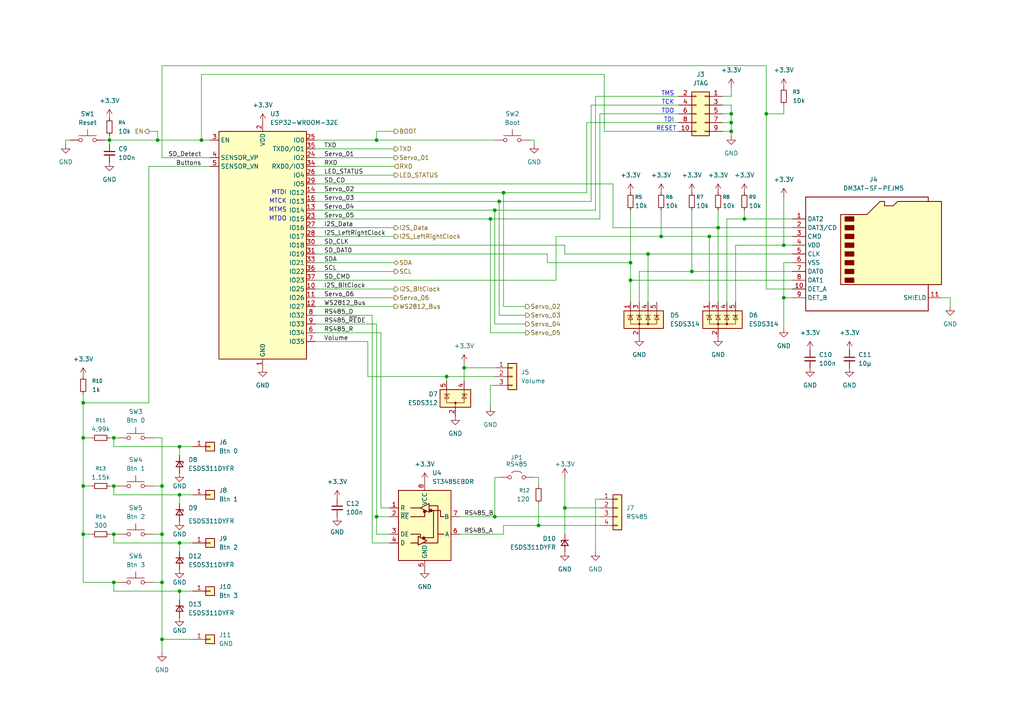
<source format=kicad_sch>
(kicad_sch (version 20250114) (generator "eeschema") (generator_version "9.0")
  (paper "A4")
  (lib_symbols
    (symbol "Connector:Micro_SD_Card_Det2"
      (property "Reference" "J" (at -16.51 17.78 0))
      (property "Value" "Micro_SD_Card_Det2" (at 16.51 17.78 0))
      (symbol "Micro_SD_Card_Det2_1_1"
        (pin bidirectional line (at -22.86 10.16 0) (length 3.81) (name "DAT2") (number "1"))
        (pin bidirectional line (at -22.86 7.62 0) (length 3.81) (name "DAT3/CD") (number "2"))
        (pin input line (at -22.86 5.08 0) (length 3.81) (name "CMD") (number "3"))
        (pin power_in line (at -22.86 2.54 0) (length 3.81) (name "VDD") (number "4"))
        (pin input line (at -22.86 0 0) (length 3.81) (name "CLK") (number "5"))
        (pin power_in line (at -22.86 -2.54 0) (length 3.81) (name "VSS") (number "6"))
        (pin bidirectional line (at -22.86 -5.08 0) (length 3.81) (name "DAT0") (number "7"))
        (pin bidirectional line (at -22.86 -7.62 0) (length 3.81) (name "DAT1") (number "8"))
        (pin passive line (at -22.86 -10.16 0) (length 3.81) (name "DET_A") (number "10"))
        (pin passive line (at -22.86 -12.7 0) (length 3.81) (name "DET_B") (number "9"))
        (pin passive line (at 20.32 -12.7 180) (length 3.81) (name "SHIELD") (number "11"))
      )
    )
    (symbol "Connector_Generic:Conn_01x01" (pin_names (offset 1.016) (hide yes))
      (property "Reference" "J" (at 0 2.54 0))
      (property "Value" "Conn_01x01" (at 0 -2.54 0))
      (symbol "Conn_01x01_1_1"
        (pin passive line (at -5.08 0 0) (length 3.81) (name "Pin_1") (number "1"))
      )
    )
    (symbol "Connector_Generic:Conn_01x03" (pin_names (offset 1.016) (hide yes))
      (property "Reference" "J" (at 0 5.08 0))
      (property "Value" "Conn_01x03" (at 0 -5.08 0))
      (symbol "Conn_01x03_1_1"
        (pin passive line (at -5.08 2.54 0) (length 3.81) (name "Pin_1") (number "1"))
        (pin passive line (at -5.08 0 0) (length 3.81) (name "Pin_2") (number "2"))
        (pin passive line (at -5.08 -2.54 0) (length 3.81) (name "Pin_3") (number "3"))
      )
    )
    (symbol "Connector_Generic:Conn_01x04" (pin_names (offset 1.016) (hide yes))
      (property "Reference" "J" (at 0 5.08 0))
      (property "Value" "Conn_01x04" (at 0 -7.62 0))
      (symbol "Conn_01x04_1_1"
        (pin passive line (at -5.08 2.54 0) (length 3.81) (name "Pin_1") (number "1"))
        (pin passive line (at -5.08 0 0) (length 3.81) (name "Pin_2") (number "2"))
        (pin passive line (at -5.08 -2.54 0) (length 3.81) (name "Pin_3") (number "3"))
        (pin passive line (at -5.08 -5.08 0) (length 3.81) (name "Pin_4") (number "4"))
      )
    )
    (symbol "Connector_Generic:Conn_02x05_Odd_Even" (pin_names (offset 1.016) (hide yes))
      (property "Reference" "J" (at 1.27 7.62 0))
      (property "Value" "Conn_02x05_Odd_Even" (at 1.27 -7.62 0))
      (symbol "Conn_02x05_Odd_Even_1_1"
        (pin passive line (at -5.08 5.08 0) (length 3.81) (name "Pin_1") (number "1"))
        (pin passive line (at -5.08 2.54 0) (length 3.81) (name "Pin_3") (number "3"))
        (pin passive line (at -5.08 0 0) (length 3.81) (name "Pin_5") (number "5"))
        (pin passive line (at -5.08 -2.54 0) (length 3.81) (name "Pin_7") (number "7"))
        (pin passive line (at -5.08 -5.08 0) (length 3.81) (name "Pin_9") (number "9"))
        (pin passive line (at 7.62 5.08 180) (length 3.81) (name "Pin_2") (number "2"))
        (pin passive line (at 7.62 2.54 180) (length 3.81) (name "Pin_4") (number "4"))
        (pin passive line (at 7.62 0 180) (length 3.81) (name "Pin_6") (number "6"))
        (pin passive line (at 7.62 -2.54 180) (length 3.81) (name "Pin_8") (number "8"))
        (pin passive line (at 7.62 -5.08 180) (length 3.81) (name "Pin_10") (number "10"))
      )
    )
    (symbol "Device:C_Small" (pin_numbers (hide yes)) (pin_names (offset 0.254) (hide yes))
      (property "Reference" "C" (at 0.254 1.778 0))
      (property "Value" "C_Small" (at 0.254 -2.032 0))
      (symbol "C_Small_1_1"
        (pin passive line (at 0 2.54 270) (length 2.032) (name "~") (number "1"))
        (pin passive line (at 0 -2.54 90) (length 2.032) (name "~") (number "2"))
      )
    )
    (symbol "Device:D_Zener_Small" (pin_numbers (hide yes)) (pin_names (offset 0.254) (hide yes))
      (property "Reference" "D" (at 0 2.286 0))
      (property "Value" "D_Zener_Small" (at 0 -2.286 0))
      (symbol "D_Zener_Small_1_1"
        (pin passive line (at -2.54 0 0) (length 1.778) (name "K") (number "1"))
        (pin passive line (at 2.54 0 180) (length 1.778) (name "A") (number "2"))
      )
    )
    (symbol "Device:R_Small" (pin_numbers (hide yes)) (pin_names (offset 0.254) (hide yes))
      (property "Reference" "R" (at 0 0 90))
      (property "Value" "R_Small" (at 1.778 0 90))
      (symbol "R_Small_1_1"
        (pin passive line (at 0 2.54 270) (length 0.762) (name "~") (number "1"))
        (pin passive line (at 0 -2.54 90) (length 0.762) (name "~") (number "2"))
      )
    )
    (symbol "Interface_UART:SN65HVD11HD"
      (property "Reference" "U" (at -7.62 12.7 0))
      (property "Value" "SN65HVD11HD" (at 2.54 12.7 0))
      (symbol "SN65HVD11HD_1_1"
        (pin output line (at -10.16 5.08 0) (length 2.54) (name "R") (number "1"))
        (pin input line (at -10.16 2.54 0) (length 2.54) (name "~{RE}") (number "2"))
        (pin input line (at -10.16 -2.54 0) (length 2.54) (name "DE") (number "3"))
        (pin input line (at -10.16 -5.08 0) (length 2.54) (name "D") (number "4"))
        (pin power_in line (at 0 12.7 270) (length 2.54) (name "VCC") (number "8"))
        (pin power_in line (at 0 -12.7 90) (length 2.54) (name "GND") (number "5"))
        (pin bidirectional line (at 10.16 2.54 180) (length 2.54) (name "B") (number "7"))
        (pin bidirectional line (at 10.16 -2.54 180) (length 2.54) (name "A") (number "6"))
      )
    )
    (symbol "Jumper:Jumper_2_Open" (pin_numbers (hide yes)) (pin_names (offset 0) (hide yes))
      (property "Reference" "JP" (at 0 2.794 0))
      (property "Value" "Jumper_2_Open" (at 0 -2.286 0))
      (symbol "Jumper_2_Open_1_1"
        (pin passive line (at -5.08 0 0) (length 2.54) (name "A") (number "1"))
        (pin passive line (at 5.08 0 180) (length 2.54) (name "B") (number "2"))
      )
    )
    (symbol "New_Library:ESDS312" (pin_names (hide yes))
      (property "Reference" "D" (at 4.826 1.27 0))
      (property "Value" "ESDS312" (at 4.826 -1.27 0))
      (symbol "ESDS312_0_0"
        (pin passive line (at 0 -5.08 90) (length 2.54) (name "A") (number "2"))
      )
      (symbol "ESDS312_1_1"
        (pin passive line (at -2.54 5.08 270) (length 2.54) (name "K") (number "4"))
        (pin passive line (at 2.54 5.08 270) (length 2.54) (name "K") (number "5"))
      )
    )
    (symbol "Power_Protection:ESDS304" (pin_names (hide yes))
      (property "Reference" "D" (at 7.62 2.54 0))
      (property "Value" "ESDS304" (at 7.62 0.635 0))
      (symbol "ESDS304_0_0"
        (pin passive line (at 0 -5.08 90) (length 2.54) (name "A") (number "2"))
      )
      (symbol "ESDS304_1_1"
        (pin passive line (at -2.54 5.08 270) (length 2.54) (name "K") (number "1"))
        (pin passive line (at 0 5.08 270) (length 2.54) (name "K") (number "3"))
        (pin passive line (at 2.54 5.08 270) (length 2.54) (name "K") (number "4"))
        (pin passive line (at 5.08 5.08 270) (length 2.54) (name "K") (number "5"))
      )
    )
    (symbol "RF_Module:ESP32-WROOM-32E"
      (property "Reference" "U" (at -12.7 34.29 0))
      (property "Value" "ESP32-WROOM-32E" (at 1.27 34.29 0))
      (symbol "ESP32-WROOM-32E_1_1"
        (pin input line (at -15.24 30.48 0) (length 2.54) (name "EN") (number "3"))
        (pin input line (at -15.24 25.4 0) (length 2.54) (name "SENSOR_VP") (number "4"))
        (pin input line (at -15.24 22.86 0) (length 2.54) (name "SENSOR_VN") (number "5"))
        (pin no_connect line (at -12.7 0 0) (length 2.54) (hide yes) (name "NC") (number "21"))
        (pin no_connect line (at -12.7 -2.54 0) (length 2.54) (hide yes) (name "NC") (number "22"))
        (pin no_connect line (at -12.7 -5.08 0) (length 2.54) (hide yes) (name "NC") (number "17"))
        (pin no_connect line (at -12.7 -7.62 0) (length 2.54) (hide yes) (name "NC") (number "18"))
        (pin no_connect line (at -12.7 -10.16 0) (length 2.54) (hide yes) (name "NC") (number "20"))
        (pin no_connect line (at -12.7 -12.7 0) (length 2.54) (hide yes) (name "NC") (number "19"))
        (pin no_connect line (at -12.7 -27.94 0) (length 2.54) (hide yes) (name "NC") (number "32"))
        (pin power_in line (at 0 35.56 270) (length 2.54) (name "VDD") (number "2"))
        (pin power_in line (at 0 -35.56 90) (length 2.54) (name "GND") (number "1"))
        (pin passive line (at 0 -35.56 90) (length 2.54) (hide yes) (name "GND") (number "15"))
        (pin passive line (at 0 -35.56 90) (length 2.54) (hide yes) (name "GND") (number "38"))
        (pin passive line (at 0 -35.56 90) (length 2.54) (hide yes) (name "GND") (number "39"))
        (pin bidirectional line (at 15.24 30.48 180) (length 2.54) (name "IO0") (number "25"))
        (pin bidirectional line (at 15.24 27.94 180) (length 2.54) (name "TXD0/IO1") (number "35"))
        (pin bidirectional line (at 15.24 25.4 180) (length 2.54) (name "IO2") (number "24"))
        (pin bidirectional line (at 15.24 22.86 180) (length 2.54) (name "RXD0/IO3") (number "34"))
        (pin bidirectional line (at 15.24 20.32 180) (length 2.54) (name "IO4") (number "26"))
        (pin bidirectional line (at 15.24 17.78 180) (length 2.54) (name "IO5") (number "29"))
        (pin bidirectional line (at 15.24 15.24 180) (length 2.54) (name "IO12") (number "14"))
        (pin bidirectional line (at 15.24 12.7 180) (length 2.54) (name "IO13") (number "16"))
        (pin bidirectional line (at 15.24 10.16 180) (length 2.54) (name "IO14") (number "13"))
        (pin bidirectional line (at 15.24 7.62 180) (length 2.54) (name "IO15") (number "23"))
        (pin bidirectional line (at 15.24 5.08 180) (length 2.54) (name "IO16") (number "27"))
        (pin bidirectional line (at 15.24 2.54 180) (length 2.54) (name "IO17") (number "28"))
        (pin bidirectional line (at 15.24 0 180) (length 2.54) (name "IO18") (number "30"))
        (pin bidirectional line (at 15.24 -2.54 180) (length 2.54) (name "IO19") (number "31"))
        (pin bidirectional line (at 15.24 -5.08 180) (length 2.54) (name "IO21") (number "33"))
        (pin bidirectional line (at 15.24 -7.62 180) (length 2.54) (name "IO22") (number "36"))
        (pin bidirectional line (at 15.24 -10.16 180) (length 2.54) (name "IO23") (number "37"))
        (pin bidirectional line (at 15.24 -12.7 180) (length 2.54) (name "IO25") (number "10"))
        (pin bidirectional line (at 15.24 -15.24 180) (length 2.54) (name "IO26") (number "11"))
        (pin bidirectional line (at 15.24 -17.78 180) (length 2.54) (name "IO27") (number "12"))
        (pin bidirectional line (at 15.24 -20.32 180) (length 2.54) (name "IO32") (number "8"))
        (pin bidirectional line (at 15.24 -22.86 180) (length 2.54) (name "IO33") (number "9"))
        (pin input line (at 15.24 -25.4 180) (length 2.54) (name "IO34") (number "6"))
        (pin input line (at 15.24 -27.94 180) (length 2.54) (name "IO35") (number "7"))
      )
    )
    (symbol "Switch:SW_Omron_B3FS" (pin_numbers (hide yes)) (pin_names (offset 1.016) (hide yes))
      (property "Reference" "SW" (at 1.27 2.54 0))
      (property "Value" "SW_Omron_B3FS" (at 0 -1.524 0))
      (symbol "SW_Omron_B3FS_0_1"
        (pin passive line (at -5.08 0 0) (length 2.54) (name "1") (number "1"))
        (pin passive line (at 5.08 0 180) (length 2.54) (name "2") (number "2"))
      )
    )
    (symbol "power:+3.3V" (power) (pin_numbers (hide yes)) (pin_names (offset 0) (hide yes))
      (property "Value" "+3.3V" (at 0 3.556 0))
      (symbol "+3.3V_1_1"
        (pin power_in line (at 0 0 90) (length 0) (name "~") (number "1"))
      )
    )
    (symbol "power:GND" (power) (pin_numbers (hide yes)) (pin_names (offset 0) (hide yes))
      (property "Value" "GND" (at 0 -3.81 0))
      (symbol "GND_1_1"
        (pin power_in line (at 0 0 270) (length 0) (name "~") (number "1"))
      )
    )
  )
  (text "MTDO" (at 83.185 63.5 0) (effects (font (size 1.27 1.27)) (justify right)))
  (text "MTCK" (at 83.185 58.42 0) (effects (font (size 1.27 1.27)) (justify right)))
  (text "RESET" (at 196.215 38.1 0) (effects (font (size 1.27 1.27)) (justify right bottom)))
  (text "TMS" (at 195.58 27.94 0) (effects (font (size 1.27 1.27)) (justify right bottom)))
  (text "MTDI" (at 83.185 55.88 0) (effects (font (size 1.27 1.27)) (justify right)))
  (text "MTMS" (at 83.185 60.96 0) (effects (font (size 1.27 1.27)) (justify right)))
  (text "TCK" (at 195.58 30.48 0) (effects (font (size 1.27 1.27)) (justify right bottom)))
  (text "TDO" (at 195.58 33.02 0) (effects (font (size 1.27 1.27)) (justify right bottom)))
  (text "TDI" (at 195.58 35.56 0) (effects (font (size 1.27 1.27)) (justify right bottom)))
  (junction (at 205.74 68.58))
  (junction (at 33.02 140.97))
  (junction (at 187.96 73.66))
  (junction (at 52.07 157.48))
  (junction (at 191.77 68.58))
  (junction (at 208.28 66.04))
  (junction (at 46.99 154.94))
  (junction (at 143.51 60.96))
  (junction (at 52.07 129.54))
  (junction (at 46.99 185.42))
  (junction (at 45.72 40.64))
  (junction (at 212.09 33.02))
  (junction (at 52.07 143.51))
  (junction (at 134.62 106.68))
  (junction (at 31.75 40.64))
  (junction (at 182.88 81.28))
  (junction (at 24.13 127))
  (junction (at 227.33 71.12))
  (junction (at 227.33 86.36))
  (junction (at 222.25 33.02))
  (junction (at 163.83 147.32))
  (junction (at 33.02 168.91))
  (junction (at 24.13 140.97))
  (junction (at 144.78 58.42))
  (junction (at 46.99 140.97))
  (junction (at 24.13 116.84))
  (junction (at 52.07 171.45))
  (junction (at 182.88 76.2))
  (junction (at 215.9 63.5))
  (junction (at 200.66 78.74))
  (junction (at 212.09 38.1))
  (junction (at 58.42 40.64))
  (junction (at 33.02 127))
  (junction (at 146.05 55.88))
  (junction (at 24.13 154.94))
  (junction (at 143.51 149.86))
  (junction (at 129.54 109.22))
  (junction (at 212.09 35.56))
  (junction (at 33.02 154.94))
  (junction (at 109.22 149.86))
  (junction (at 46.99 168.91))
  (junction (at 109.22 40.64))
  (junction (at 156.21 152.4))
  (junction (at 142.24 63.5))
  (wire (pts (xy 215.9 63.5) (xy 229.87 63.5)))
  (wire (pts (xy 114.3 48.26) (xy 91.44 48.26)))
  (wire (pts (xy 45.72 38.1) (xy 45.72 40.64)))
  (wire (pts (xy 208.28 60.96) (xy 208.28 66.04)))
  (wire (pts (xy 52.07 143.51) (xy 33.02 143.51)))
  (wire (pts (xy 210.82 87.63) (xy 210.82 63.5)))
  (wire (pts (xy 134.62 106.68) (xy 134.62 110.49)))
  (wire (pts (xy 142.24 63.5) (xy 173.99 63.5)))
  (wire (pts (xy 114.3 45.72) (xy 91.44 45.72)))
  (wire (pts (xy 154.94 40.64) (xy 154.94 41.91)))
  (wire (pts (xy 31.75 154.94) (xy 33.02 154.94)))
  (wire (pts (xy 185.42 87.63) (xy 185.42 78.74)))
  (wire (pts (xy 163.83 71.12) (xy 163.83 73.66)))
  (wire (pts (xy 173.99 63.5) (xy 173.99 33.02)))
  (wire (pts (xy 177.8 66.04) (xy 208.28 66.04)))
  (wire (pts (xy 205.74 68.58) (xy 229.87 68.58)))
  (wire (pts (xy 205.74 68.58) (xy 205.74 87.63)))
  (wire (pts (xy 163.83 154.94) (xy 163.83 147.32)))
  (wire (pts (xy 91.44 96.52) (xy 110.49 96.52)))
  (wire (pts (xy 177.8 66.04) (xy 177.8 53.34)))
  (wire (pts (xy 110.49 96.52) (xy 110.49 147.32)))
  (wire (pts (xy 158.75 76.2) (xy 182.88 76.2)))
  (wire (pts (xy 33.02 157.48) (xy 33.02 154.94)))
  (wire (pts (xy 152.4 88.9) (xy 146.05 88.9)))
  (wire (pts (xy 213.36 71.12) (xy 227.33 71.12)))
  (wire (pts (xy 33.02 143.51) (xy 33.02 140.97)))
  (wire (pts (xy 182.88 60.96) (xy 182.88 76.2)))
  (wire (pts (xy 212.09 33.02) (xy 212.09 35.56)))
  (wire (pts (xy 191.77 60.96) (xy 191.77 68.58)))
  (wire (pts (xy 33.02 171.45) (xy 33.02 168.91)))
  (wire (pts (xy 173.99 33.02) (xy 196.85 33.02)))
  (wire (pts (xy 142.24 111.76) (xy 143.51 111.76)))
  (wire (pts (xy 215.9 60.96) (xy 215.9 63.5)))
  (wire (pts (xy 91.44 55.88) (xy 146.05 55.88)))
  (wire (pts (xy 24.13 127) (xy 24.13 140.97)))
  (wire (pts (xy 143.51 149.86) (xy 173.99 149.86)))
  (wire (pts (xy 109.22 38.1) (xy 114.3 38.1)))
  (wire (pts (xy 52.07 171.45) (xy 33.02 171.45)))
  (wire (pts (xy 52.07 146.05) (xy 52.07 143.51)))
  (wire (pts (xy 133.35 149.86) (xy 143.51 149.86)))
  (wire (pts (xy 109.22 40.64) (xy 143.51 40.64)))
  (wire (pts (xy 19.05 40.64) (xy 20.32 40.64)))
  (wire (pts (xy 134.62 106.68) (xy 134.62 105.41)))
  (wire (pts (xy 146.05 152.4) (xy 156.21 152.4)))
  (wire (pts (xy 30.48 40.64) (xy 31.75 40.64)))
  (wire (pts (xy 91.44 58.42) (xy 144.78 58.42)))
  (wire (pts (xy 43.18 116.84) (xy 24.13 116.84)))
  (wire (pts (xy 91.44 76.2) (xy 114.3 76.2)))
  (wire (pts (xy 46.99 154.94) (xy 46.99 168.91)))
  (wire (pts (xy 33.02 168.91) (xy 34.29 168.91)))
  (wire (pts (xy 113.03 154.94) (xy 109.22 154.94)))
  (wire (pts (xy 55.88 129.54) (xy 52.07 129.54)))
  (wire (pts (xy 182.88 76.2) (xy 182.88 81.28)))
  (wire (pts (xy 91.44 60.96) (xy 143.51 60.96)))
  (wire (pts (xy 172.72 27.94) (xy 196.85 27.94)))
  (wire (pts (xy 212.09 38.1) (xy 212.09 39.37)))
  (wire (pts (xy 46.99 19.05) (xy 46.99 45.72)))
  (wire (pts (xy 91.44 81.28) (xy 161.29 81.28)))
  (wire (pts (xy 110.49 147.32) (xy 113.03 147.32)))
  (wire (pts (xy 31.75 127) (xy 33.02 127)))
  (wire (pts (xy 91.44 66.04) (xy 114.3 66.04)))
  (wire (pts (xy 222.25 33.02) (xy 222.25 19.05)))
  (wire (pts (xy 170.18 55.88) (xy 170.18 35.56)))
  (wire (pts (xy 44.45 168.91) (xy 46.99 168.91)))
  (wire (pts (xy 144.78 91.44) (xy 144.78 58.42)))
  (wire (pts (xy 91.44 43.18) (xy 114.3 43.18)))
  (wire (pts (xy 144.78 58.42) (xy 171.45 58.42)))
  (wire (pts (xy 91.44 86.36) (xy 114.3 86.36)))
  (wire (pts (xy 212.09 30.48) (xy 212.09 33.02)))
  (wire (pts (xy 173.99 144.78) (xy 172.72 144.78)))
  (wire (pts (xy 142.24 111.76) (xy 142.24 118.11)))
  (wire (pts (xy 55.88 171.45) (xy 52.07 171.45)))
  (wire (pts (xy 133.35 154.94) (xy 146.05 154.94)))
  (wire (pts (xy 142.24 96.52) (xy 142.24 63.5)))
  (wire (pts (xy 143.51 106.68) (xy 134.62 106.68)))
  (wire (pts (xy 24.13 140.97) (xy 26.67 140.97)))
  (wire (pts (xy 91.44 91.44) (xy 107.95 91.44)))
  (wire (pts (xy 91.44 93.98) (xy 109.22 93.98)))
  (wire (pts (xy 91.44 83.82) (xy 114.3 83.82)))
  (wire (pts (xy 46.99 45.72) (xy 60.96 45.72)))
  (wire (pts (xy 33.02 154.94) (xy 34.29 154.94)))
  (wire (pts (xy 273.05 86.36) (xy 275.59 86.36)))
  (wire (pts (xy 209.55 30.48) (xy 212.09 30.48)))
  (wire (pts (xy 182.88 87.63) (xy 182.88 81.28)))
  (wire (pts (xy 227.33 71.12) (xy 229.87 71.12)))
  (wire (pts (xy 19.05 40.64) (xy 19.05 41.91)))
  (wire (pts (xy 109.22 38.1) (xy 109.22 40.64)))
  (wire (pts (xy 275.59 86.36) (xy 275.59 88.9)))
  (wire (pts (xy 91.44 71.12) (xy 163.83 71.12)))
  (wire (pts (xy 44.45 127) (xy 46.99 127)))
  (wire (pts (xy 191.77 68.58) (xy 205.74 68.58)))
  (wire (pts (xy 91.44 99.06) (xy 106.68 99.06)))
  (wire (pts (xy 106.68 109.22) (xy 129.54 109.22)))
  (wire (pts (xy 212.09 27.94) (xy 212.09 25.4)))
  (wire (pts (xy 107.95 91.44) (xy 107.95 157.48)))
  (wire (pts (xy 107.95 157.48) (xy 113.03 157.48)))
  (wire (pts (xy 24.13 154.94) (xy 24.13 168.91)))
  (wire (pts (xy 163.83 147.32) (xy 173.99 147.32)))
  (wire (pts (xy 156.21 146.05) (xy 156.21 152.4)))
  (wire (pts (xy 146.05 88.9) (xy 146.05 55.88)))
  (wire (pts (xy 156.21 140.97) (xy 156.21 138.43)))
  (wire (pts (xy 152.4 93.98) (xy 143.51 93.98)))
  (wire (pts (xy 161.29 68.58) (xy 191.77 68.58)))
  (wire (pts (xy 212.09 35.56) (xy 212.09 38.1)))
  (wire (pts (xy 24.13 154.94) (xy 26.67 154.94)))
  (wire (pts (xy 200.66 78.74) (xy 229.87 78.74)))
  (wire (pts (xy 154.94 138.43) (xy 156.21 138.43)))
  (wire (pts (xy 60.96 48.26) (xy 43.18 48.26)))
  (wire (pts (xy 58.42 40.64) (xy 60.96 40.64)))
  (wire (pts (xy 185.42 78.74) (xy 200.66 78.74)))
  (wire (pts (xy 208.28 66.04) (xy 208.28 87.63)))
  (wire (pts (xy 58.42 21.59) (xy 58.42 40.64)))
  (wire (pts (xy 175.26 38.1) (xy 175.26 21.59)))
  (wire (pts (xy 187.96 73.66) (xy 187.96 87.63)))
  (wire (pts (xy 31.75 41.91) (xy 31.75 40.64)))
  (wire (pts (xy 44.45 140.97) (xy 46.99 140.97)))
  (wire (pts (xy 171.45 58.42) (xy 171.45 30.48)))
  (wire (pts (xy 52.07 160.02) (xy 52.07 157.48)))
  (wire (pts (xy 227.33 30.48) (xy 227.33 33.02)))
  (wire (pts (xy 129.54 109.22) (xy 143.51 109.22)))
  (wire (pts (xy 209.55 35.56) (xy 212.09 35.56)))
  (wire (pts (xy 109.22 93.98) (xy 109.22 149.86)))
  (wire (pts (xy 161.29 68.58) (xy 161.29 81.28)))
  (wire (pts (xy 52.07 157.48) (xy 33.02 157.48)))
  (wire (pts (xy 222.25 33.02) (xy 227.33 33.02)))
  (wire (pts (xy 55.88 143.51) (xy 52.07 143.51)))
  (wire (pts (xy 24.13 114.3) (xy 24.13 116.84)))
  (wire (pts (xy 182.88 81.28) (xy 229.87 81.28)))
  (wire (pts (xy 172.72 60.96) (xy 172.72 27.94)))
  (wire (pts (xy 24.13 127) (xy 26.67 127)))
  (wire (pts (xy 163.83 73.66) (xy 187.96 73.66)))
  (wire (pts (xy 222.25 83.82) (xy 222.25 33.02)))
  (wire (pts (xy 170.18 35.56) (xy 196.85 35.56)))
  (wire (pts (xy 187.96 73.66) (xy 229.87 73.66)))
  (wire (pts (xy 222.25 19.05) (xy 46.99 19.05)))
  (wire (pts (xy 153.67 40.64) (xy 154.94 40.64)))
  (wire (pts (xy 208.28 66.04) (xy 229.87 66.04)))
  (wire (pts (xy 24.13 140.97) (xy 24.13 154.94)))
  (wire (pts (xy 146.05 154.94) (xy 146.05 152.4)))
  (wire (pts (xy 196.85 38.1) (xy 175.26 38.1)))
  (wire (pts (xy 33.02 127) (xy 34.29 127)))
  (wire (pts (xy 52.07 173.99) (xy 52.07 171.45)))
  (wire (pts (xy 152.4 96.52) (xy 142.24 96.52)))
  (wire (pts (xy 227.33 57.15) (xy 227.33 71.12)))
  (wire (pts (xy 209.55 33.02) (xy 212.09 33.02)))
  (wire (pts (xy 58.42 40.64) (xy 45.72 40.64)))
  (wire (pts (xy 45.72 40.64) (xy 31.75 40.64)))
  (wire (pts (xy 129.54 109.22) (xy 129.54 110.49)))
  (wire (pts (xy 55.88 157.48) (xy 52.07 157.48)))
  (wire (pts (xy 44.45 154.94) (xy 46.99 154.94)))
  (wire (pts (xy 227.33 76.2) (xy 227.33 86.36)))
  (wire (pts (xy 33.02 129.54) (xy 33.02 127)))
  (wire (pts (xy 209.55 27.94) (xy 212.09 27.94)))
  (wire (pts (xy 152.4 91.44) (xy 144.78 91.44)))
  (wire (pts (xy 52.07 129.54) (xy 33.02 129.54)))
  (wire (pts (xy 109.22 149.86) (xy 113.03 149.86)))
  (wire (pts (xy 143.51 93.98) (xy 143.51 60.96)))
  (wire (pts (xy 209.55 38.1) (xy 212.09 38.1)))
  (wire (pts (xy 227.33 86.36) (xy 229.87 86.36)))
  (wire (pts (xy 24.13 168.91) (xy 33.02 168.91)))
  (wire (pts (xy 163.83 147.32) (xy 163.83 138.43)))
  (wire (pts (xy 158.75 73.66) (xy 158.75 76.2)))
  (wire (pts (xy 91.44 50.8) (xy 114.3 50.8)))
  (wire (pts (xy 46.99 140.97) (xy 46.99 154.94)))
  (wire (pts (xy 91.44 88.9) (xy 114.3 88.9)))
  (wire (pts (xy 156.21 152.4) (xy 173.99 152.4)))
  (wire (pts (xy 146.05 55.88) (xy 170.18 55.88)))
  (wire (pts (xy 46.99 168.91) (xy 46.99 185.42)))
  (wire (pts (xy 46.99 185.42) (xy 46.99 189.23)))
  (wire (pts (xy 175.26 21.59) (xy 58.42 21.59)))
  (wire (pts (xy 31.75 140.97) (xy 33.02 140.97)))
  (wire (pts (xy 172.72 160.02) (xy 172.72 144.78)))
  (wire (pts (xy 171.45 30.48) (xy 196.85 30.48)))
  (wire (pts (xy 43.18 48.26) (xy 43.18 116.84)))
  (wire (pts (xy 210.82 63.5) (xy 215.9 63.5)))
  (wire (pts (xy 200.66 60.96) (xy 200.66 78.74)))
  (wire (pts (xy 227.33 76.2) (xy 229.87 76.2)))
  (wire (pts (xy 143.51 60.96) (xy 172.72 60.96)))
  (wire (pts (xy 55.88 185.42) (xy 46.99 185.42)))
  (wire (pts (xy 24.13 116.84) (xy 24.13 127)))
  (wire (pts (xy 177.8 53.34) (xy 91.44 53.34)))
  (wire (pts (xy 52.07 132.08) (xy 52.07 129.54)))
  (wire (pts (xy 106.68 99.06) (xy 106.68 109.22)))
  (wire (pts (xy 213.36 71.12) (xy 213.36 87.63)))
  (wire (pts (xy 143.51 138.43) (xy 144.78 138.43)))
  (wire (pts (xy 143.51 138.43) (xy 143.51 149.86)))
  (wire (pts (xy 46.99 127) (xy 46.99 140.97)))
  (wire (pts (xy 91.44 78.74) (xy 114.3 78.74)))
  (wire (pts (xy 227.33 86.36) (xy 227.33 95.25)))
  (wire (pts (xy 91.44 63.5) (xy 142.24 63.5)))
  (wire (pts (xy 33.02 140.97) (xy 34.29 140.97)))
  (wire (pts (xy 91.44 73.66) (xy 158.75 73.66)))
  (wire (pts (xy 91.44 68.58) (xy 114.3 68.58)))
  (wire (pts (xy 109.22 40.64) (xy 91.44 40.64)))
  (wire (pts (xy 31.75 40.64) (xy 31.75 39.37)))
  (wire (pts (xy 229.87 83.82) (xy 222.25 83.82)))
  (wire (pts (xy 43.18 38.1) (xy 45.72 38.1)))
  (wire (pts (xy 109.22 154.94) (xy 109.22 149.86)))
  (label "Servo_05" (at 93.98 63.5 0))
  (label "RXD" (at 93.98 48.26 0))
  (label "SD_CD" (at 93.98 53.34 0))
  (label "LED_STATUS" (at 93.98 50.8 0))
  (label "Servo_06" (at 93.98 86.36 0))
  (label "Volume" (at 93.98 99.06 0))
  (label "SCL" (at 93.98 78.74 0))
  (label "SD_Detect" (at 58.42 45.72 180))
  (label "SDA" (at 93.98 76.2 0))
  (label "SD_CMD" (at 93.98 81.28 0))
  (label "RS485_B" (at 134.62 149.86 0))
  (label "WS2812_Bus" (at 93.98 88.9 0))
  (label "Servo_03" (at 93.98 58.42 0))
  (label "RS485_~{RE}DE" (at 93.98 93.98 0))
  (label "SD_DAT0" (at 93.98 73.66 0))
  (label "TXD" (at 93.98 43.18 0))
  (label "SD_CLK" (at 93.98 71.12 0))
  (label "I2S_Data" (at 93.98 66.04 0))
  (label "Servo_02" (at 93.98 55.88 0))
  (label "Servo_04" (at 93.98 60.96 0))
  (label "I2S_BitClock" (at 93.98 83.82 0))
  (label "Buttons" (at 58.42 48.26 180))
  (label "Servo_01" (at 93.98 45.72 0))
  (label "RS485_D" (at 93.98 91.44 0))
  (label "RS485_A" (at 134.62 154.94 0))
  (label "I2S_LeftRightClock" (at 93.98 68.58 0))
  (label "RS485_R" (at 93.98 96.52 0))
  (hierarchical_label "Servo_06" (shape output) (at 114.3 86.36 0))
  (hierarchical_label "Servo_03" (shape output) (at 152.4 91.44 0))
  (hierarchical_label "Servo_02" (shape output) (at 152.4 88.9 0))
  (hierarchical_label "Servo_04" (shape output) (at 152.4 93.98 0))
  (hierarchical_label "TXD" (shape output) (at 114.3 43.18 0))
  (hierarchical_label "SDA" (shape bidirectional) (at 114.3 76.2 0))
  (hierarchical_label "I2S_LeftRightClock" (shape output) (at 114.3 68.58 0))
  (hierarchical_label "RXD" (shape input) (at 114.3 48.26 0))
  (hierarchical_label "WS2812_Bus" (shape output) (at 114.3 88.9 0))
  (hierarchical_label "EN" (shape output) (at 43.18 38.1 180))
  (hierarchical_label "SCL" (shape output) (at 114.3 78.74 0))
  (hierarchical_label "I2S_Data" (shape output) (at 114.3 66.04 0))
  (hierarchical_label "I2S_BitClock" (shape output) (at 114.3 83.82 0))
  (hierarchical_label "Servo_01" (shape output) (at 114.3 45.72 0))
  (hierarchical_label "BOOT" (shape output) (at 114.3 38.1 0))
  (hierarchical_label "Servo_05" (shape output) (at 152.4 96.52 0))
  (hierarchical_label "LED_STATUS" (shape output) (at 114.3 50.8 0))
  (symbol (lib_id "RF_Module:ESP32-WROOM-32E") (at 76.2 71.12 0) (unit 1)
    (property "Reference" "U3" (at 78.3433 33.02 0) (effects (justify left)))
    (property "Value" "ESP32-WROOM-32E" (at 78.3433 35.56 0) (effects (justify left)))
    (property "Footprint" "RF_Module:ESP32-WROOM-32E" (effects (hide yes)))
    (property "Datasheet" "https://www.espressif.com/sites/default/files/documentation/esp32-wroom-32e_esp32-wroom-32ue_datasheet_en.pdf" (effects (hide yes)))
    (property "Description" "RF Module, ESP32-D0WD-V3 SoC, without PSRAM, Wi-Fi 802.11b/g/n, Bluetooth, BLE, 32-bit, 2.7-3.6V, onboard antenna, SMD" (effects (hide yes)))
  )
  (symbol (lib_id "power:GND") (at 52.07 179.07 0) (unit 1)
    (property "Reference" "#PWR061" (effects (hide yes)))
    (property "Value" "GND" (at 52.07 182.88 0))
    (property "Description" "Power symbol creates a global label with name \"GND\" , ground" (effects (hide yes)))
  )
  (symbol (lib_id "Jumper:Jumper_2_Open") (at 149.86 138.43 0) (unit 1)
    (property "Reference" "JP1" (at 149.86 132.715 0))
    (property "Value" "RS485" (at 149.86 134.62 0))
    (property "Footprint" "Connector_PinHeader_2.54mm:PinHeader_1x02_P2.54mm_Vertical" (effects (hide yes)))
    (property "Description" "Jumper, 2-pole, open" (effects (hide yes)))
  )
  (symbol (lib_id "power:+3.3V") (at 191.77 55.88 0) (unit 1)
    (property "Reference" "#PWR032" (effects (hide yes)))
    (property "Value" "+3.3V" (at 191.77 50.8 0))
    (property "Description" "Power symbol creates a global label with name \"+3.3V\"" (effects (hide yes)))
  )
  (symbol (lib_id "Device:R_Small") (at 156.21 143.51 0) (mirror y) (unit 1)
    (property "Reference" "R12" (at 153.67 142.2399 0) (effects (font (size 1.016 1.016)) (justify left)))
    (property "Value" "120" (at 153.67 144.7799 0) (effects (justify left)))
    (property "Footprint" "Resistor_SMD:R_0603_1608Metric" (effects (hide yes)))
    (property "Description" "Resistor, small symbol" (effects (hide yes)))
  )
  (symbol (lib_id "Connector_Generic:Conn_01x03") (at 148.59 109.22 0) (unit 1)
    (property "Reference" "J5" (at 151.13 107.9499 0) (effects (justify left)))
    (property "Value" "Volume" (at 151.13 110.4899 0) (effects (justify left)))
    (property "Footprint" "Connector_PinHeader_2.54mm:PinHeader_1x03_P2.54mm_Vertical" (effects (hide yes)))
    (property "Description" "Generic connector, single row, 01x03, script generated (kicad-library-utils/schlib/autogen/connector/)" (effects (hide yes)))
  )
  (symbol (lib_id "Switch:SW_Omron_B3FS") (at 148.59 40.64 0) (unit 1)
    (property "Reference" "SW2" (at 148.59 33.02 0))
    (property "Value" "Boot" (at 148.59 35.56 0))
    (property "Footprint" "Button_Switch_SMD:SW_Push_1P1T_NO_CK_KSC7xxJ" (effects (hide yes)))
    (property "Datasheet" "https://omronfs.omron.com/en_US/ecb/products/pdf/en-b3fs.pdf" (effects (hide yes)))
    (property "Description" "Omron B3FS 6x6mm single pole normally-open tactile switch" (effects (hide yes)))
  )
  (symbol (lib_id "power:GND") (at 132.08 120.65 0) (unit 1)
    (property "Reference" "#PWR049" (effects (hide yes)))
    (property "Value" "GND" (at 132.08 125.73 0))
    (property "Description" "Power symbol creates a global label with name \"GND\" , ground" (effects (hide yes)))
  )
  (symbol (lib_id "Device:D_Zener_Small") (at 52.07 176.53 270) (unit 1)
    (property "Reference" "D13" (at 54.61 175.2599 90) (effects (justify left)))
    (property "Value" "ESDS311DYFR" (at 54.61 177.7999 90) (effects (justify left)))
    (property "Footprint" "Diode_SMD:D_SOD-323_HandSoldering" (effects (hide yes)))
    (property "Description" "Zener diode, small symbol" (effects (hide yes)))
  )
  (symbol (lib_id "Connector_Generic:Conn_01x01") (at 60.96 143.51 0) (unit 1)
    (property "Reference" "J8" (at 63.5 142.2399 0) (effects (justify left)))
    (property "Value" "Btn 1" (at 63.5 144.7799 0) (effects (justify left)))
    (property "Footprint" "TestPoint:TestPoint_Pad_D1.5mm" (effects (hide yes)))
    (property "Description" "Generic connector, single row, 01x01, script generated (kicad-library-utils/schlib/autogen/connector/)" (effects (hide yes)))
  )
  (symbol (lib_id "power:GND") (at 123.19 165.1 0) (unit 1)
    (property "Reference" "#PWR059" (effects (hide yes)))
    (property "Value" "GND" (at 123.19 170.18 0))
    (property "Description" "Power symbol creates a global label with name \"GND\" , ground" (effects (hide yes)))
  )
  (symbol (lib_id "power:GND") (at 163.83 160.02 0) (unit 1)
    (property "Reference" "#PWR056" (effects (hide yes)))
    (property "Value" "GND" (at 163.83 165.1 0))
    (property "Description" "Power symbol creates a global label with name \"GND\" , ground" (effects (hide yes)))
  )
  (symbol (lib_id "power:+3.3V") (at 212.09 25.4 0) (unit 1)
    (property "Reference" "#PWR023" (effects (hide yes)))
    (property "Value" "+3.3V" (at 212.09 20.32 0))
    (property "Description" "Power symbol creates a global label with name \"+3.3V\"" (effects (hide yes)))
  )
  (symbol (lib_id "power:GND") (at 46.99 189.23 0) (unit 1)
    (property "Reference" "#PWR062" (effects (hide yes)))
    (property "Value" "GND" (at 46.99 194.31 0))
    (property "Description" "Power symbol creates a global label with name \"GND\" , ground" (effects (hide yes)))
  )
  (symbol (lib_id "power:+3.3V") (at 97.79 144.78 0) (unit 1)
    (property "Reference" "#PWR053" (effects (hide yes)))
    (property "Value" "+3.3V" (at 97.79 139.7 0))
    (property "Description" "Power symbol creates a global label with name \"+3.3V\"" (effects (hide yes)))
  )
  (symbol (lib_id "Device:R_Small") (at 31.75 36.83 0) (unit 1)
    (property "Reference" "R4" (at 34.29 35.5599 0) (effects (font (size 1.016 1.016)) (justify left)))
    (property "Value" "10k" (at 34.29 38.0999 0) (effects (justify left)))
    (property "Footprint" "Resistor_SMD:R_0603_1608Metric" (effects (hide yes)))
    (property "Description" "Resistor, small symbol" (effects (hide yes)))
  )
  (symbol (lib_id "New_Library:ESDS312") (at 132.08 115.57 0) (mirror y) (unit 1)
    (property "Reference" "D7" (at 127 114.2999 0) (effects (justify left)))
    (property "Value" "ESDS312" (at 127 116.8399 0) (effects (justify left)))
    (property "Footprint" "Package_TO_SOT_SMD:SOT-23-5" (effects (hide yes)))
    (property "Datasheet" "https://www.ti.com/lit/ds/symlink/esds311.pdf?ts=1709153020911&ref_url=https%253A%252F%252Fwww.ti.com%252Fsitesearch%252Fen-us%252Fdocs%252Funiversalsearch.tsp%253FlangPref%253Den-US%2526searchTerm%253DESDS311DYFR%2526nr%253D0" (effects (hide yes)))
    (property "Description" "2-channel 1Gbps TVS Diode Array, 4.5pF, 3.6V breakdown, 30kV contact & air gap, SOT-23-5" (effects (hide yes)))
  )
  (symbol (lib_id "Connector_Generic:Conn_01x04") (at 179.07 147.32 0) (unit 1)
    (property "Reference" "J7" (at 181.61 147.3199 0) (effects (justify left)))
    (property "Value" "RS485" (at 181.61 149.8599 0) (effects (justify left)))
    (property "Footprint" "Connector_JST:JST_SH_SM04B-SRSS-TB_1x04-1MP_P1.00mm_Horizontal" (effects (hide yes)))
    (property "Description" "Generic connector, single row, 01x04, script generated (kicad-library-utils/schlib/autogen/connector/)" (effects (hide yes)))
  )
  (symbol (lib_id "power:+3.3V") (at 31.75 34.29 0) (unit 1)
    (property "Reference" "#PWR025" (effects (hide yes)))
    (property "Value" "+3.3V" (at 31.75 29.21 0))
    (property "Description" "Power symbol creates a global label with name \"+3.3V\"" (effects (hide yes)))
  )
  (symbol (lib_id "Interface_UART:SN65HVD11HD") (at 123.19 152.4 0) (unit 1)
    (property "Reference" "U4" (at 125.3333 137.16 0) (effects (justify left)))
    (property "Value" "ST3485EBDR" (at 125.3333 139.7 0) (effects (justify left)))
    (property "Footprint" "Package_SO:SOIC-8_3.9x4.9mm_P1.27mm" (effects (hide yes)))
    (property "Datasheet" "http://www.ti.com/lit/ds/symlink/sn65hvd11-ht.pdf" (effects (hide yes)))
    (property "Description" "3.3V, RS-485 Transceiver, SOIC-8" (effects (hide yes)))
  )
  (symbol (lib_id "Connector_Generic:Conn_01x01") (at 60.96 171.45 0) (unit 1)
    (property "Reference" "J10" (at 63.5 170.1799 0) (effects (justify left)))
    (property "Value" "Btn 3" (at 63.5 172.7199 0) (effects (justify left)))
    (property "Footprint" "TestPoint:TestPoint_Pad_D1.5mm" (effects (hide yes)))
    (property "Description" "Generic connector, single row, 01x01, script generated (kicad-library-utils/schlib/autogen/connector/)" (effects (hide yes)))
  )
  (symbol (lib_id "Device:R_Small") (at 182.88 58.42 0) (unit 1)
    (property "Reference" "R5" (at 184.15 57.15 0) (effects (font (size 1.016 1.016)) (justify left)))
    (property "Value" "10k" (at 184.15 59.69 0) (effects (justify left)))
    (property "Footprint" "Resistor_SMD:R_0603_1608Metric" (effects (hide yes)))
    (property "Description" "Resistor, small symbol" (effects (hide yes)))
  )
  (symbol (lib_id "Switch:SW_Omron_B3FS") (at 39.37 140.97 0) (mirror y) (unit 1)
    (property "Reference" "SW4" (at 39.37 133.35 0))
    (property "Value" "Btn 1" (at 39.37 135.89 0))
    (property "Footprint" "Button_Switch_SMD:SW_Push_1P1T_NO_CK_KSC7xxJ" (effects (hide yes)))
    (property "Datasheet" "https://omronfs.omron.com/en_US/ecb/products/pdf/en-b3fs.pdf" (effects (hide yes)))
    (property "Description" "Omron B3FS 6x6mm single pole normally-open tactile switch" (effects (hide yes)))
  )
  (symbol (lib_id "Device:R_Small") (at 29.21 154.94 90) (unit 1)
    (property "Reference" "R14" (at 29.21 149.86 90) (effects (font (size 1.016 1.016))))
    (property "Value" "300" (at 29.21 152.4 90))
    (property "Footprint" "Resistor_SMD:R_0603_1608Metric" (effects (hide yes)))
    (property "Description" "Resistor, small symbol" (effects (hide yes)))
  )
  (symbol (lib_id "power:+3.3V") (at 200.66 55.88 0) (unit 1)
    (property "Reference" "#PWR033" (effects (hide yes)))
    (property "Value" "+3.3V" (at 200.66 50.8 0))
    (property "Description" "Power symbol creates a global label with name \"+3.3V\"" (effects (hide yes)))
  )
  (symbol (lib_id "power:GND") (at 154.94 41.91 0) (unit 1)
    (property "Reference" "#PWR029" (effects (hide yes)))
    (property "Value" "GND" (at 154.94 46.99 0))
    (property "Description" "Power symbol creates a global label with name \"GND\" , ground" (effects (hide yes)))
  )
  (symbol (lib_id "power:+3.3V") (at 123.19 139.7 0) (unit 1)
    (property "Reference" "#PWR051" (effects (hide yes)))
    (property "Value" "+3.3V" (at 123.19 134.62 0))
    (property "Description" "Power symbol creates a global label with name \"+3.3V\"" (effects (hide yes)))
  )
  (symbol (lib_id "Switch:SW_Omron_B3FS") (at 25.4 40.64 0) (mirror y) (unit 1)
    (property "Reference" "SW1" (at 25.4 33.02 0))
    (property "Value" "Reset" (at 25.4 35.56 0))
    (property "Footprint" "Button_Switch_SMD:SW_Push_1P1T_NO_CK_KSC7xxJ" (effects (hide yes)))
    (property "Datasheet" "https://omronfs.omron.com/en_US/ecb/products/pdf/en-b3fs.pdf" (effects (hide yes)))
    (property "Description" "Omron B3FS 6x6mm single pole normally-open tactile switch" (effects (hide yes)))
  )
  (symbol (lib_id "Device:R_Small") (at 191.77 58.42 0) (unit 1)
    (property "Reference" "R6" (at 193.04 57.15 0) (effects (font (size 1.016 1.016)) (justify left)))
    (property "Value" "10k" (at 193.04 59.69 0) (effects (justify left)))
    (property "Footprint" "Resistor_SMD:R_0603_1608Metric" (effects (hide yes)))
    (property "Description" "Resistor, small symbol" (effects (hide yes)))
  )
  (symbol (lib_id "power:GND") (at 275.59 88.9 0) (unit 1)
    (property "Reference" "#PWR037" (effects (hide yes)))
    (property "Value" "GND" (at 275.59 93.98 0))
    (property "Description" "Power symbol creates a global label with name \"GND\" , ground" (effects (hide yes)))
  )
  (symbol (lib_id "power:GND") (at 234.95 106.68 0) (unit 1)
    (property "Reference" "#PWR045" (effects (hide yes)))
    (property "Value" "GND" (at 234.95 111.76 0))
    (property "Description" "Power symbol creates a global label with name \"GND\" , ground" (effects (hide yes)))
  )
  (symbol (lib_id "power:GND") (at 19.05 41.91 0) (unit 1)
    (property "Reference" "#PWR028" (effects (hide yes)))
    (property "Value" "GND" (at 19.05 46.99 0))
    (property "Description" "Power symbol creates a global label with name \"GND\" , ground" (effects (hide yes)))
  )
  (symbol (lib_id "Device:D_Zener_Small") (at 52.07 148.59 270) (unit 1)
    (property "Reference" "D9" (at 54.61 147.3199 90) (effects (justify left)))
    (property "Value" "ESDS311DYFR" (at 54.61 151.1299 90) (effects (justify left)))
    (property "Footprint" "Diode_SMD:D_SOD-323_HandSoldering" (effects (hide yes)))
    (property "Description" "Zener diode, small symbol" (effects (hide yes)))
  )
  (symbol (lib_id "Connector:Micro_SD_Card_Det2") (at 252.73 73.66 0) (unit 1)
    (property "Reference" "J4" (at 253.365 52.07 0))
    (property "Value" "DM3AT-SF-PEJM5" (at 253.365 54.61 0))
    (property "Footprint" "Connector_Card:microSD_HC_Hirose_DM3AT-SF-PEJM5" (effects (hide yes)))
    (property "Datasheet" "https://www.hirose.com/en/product/document?clcode=&productname=&series=DM3&documenttype=Catalog&lang=en&documentid=D49662_en" (effects (hide yes)))
    (property "Description" "Micro SD Card Socket with two card detection pins" (effects (hide yes)))
  )
  (symbol (lib_id "Device:D_Zener_Small") (at 52.07 134.62 270) (unit 1)
    (property "Reference" "D8" (at 54.61 133.3499 90) (effects (justify left)))
    (property "Value" "ESDS311DYFR" (at 54.61 135.8899 90) (effects (justify left)))
    (property "Footprint" "Diode_SMD:D_SOD-323_HandSoldering" (effects (hide yes)))
    (property "Description" "Zener diode, small symbol" (effects (hide yes)))
  )
  (symbol (lib_id "Device:C_Small") (at 246.38 104.14 0) (unit 1)
    (property "Reference" "C11" (at 248.92 102.8762 0) (effects (justify left)))
    (property "Value" "10µ" (at 248.92 105.4162 0) (effects (justify left)))
    (property "Footprint" "Capacitor_SMD:C_0603_1608Metric" (effects (hide yes)))
    (property "Description" "Unpolarized capacitor, small symbol" (effects (hide yes)))
  )
  (symbol (lib_id "Device:C_Small") (at 234.95 104.14 0) (unit 1)
    (property "Reference" "C10" (at 237.49 102.8762 0) (effects (justify left)))
    (property "Value" "100n" (at 237.49 105.4162 0) (effects (justify left)))
    (property "Footprint" "Capacitor_SMD:C_0603_1608Metric" (effects (hide yes)))
    (property "Description" "Unpolarized capacitor, small symbol" (effects (hide yes)))
  )
  (symbol (lib_id "power:GND") (at 227.33 95.25 0) (unit 1)
    (property "Reference" "#PWR038" (effects (hide yes)))
    (property "Value" "GND" (at 227.33 100.33 0))
    (property "Description" "Power symbol creates a global label with name \"GND\" , ground" (effects (hide yes)))
  )
  (symbol (lib_id "power:+3.3V") (at 134.62 105.41 0) (unit 1)
    (property "Reference" "#PWR043" (effects (hide yes)))
    (property "Value" "+3.3V" (at 134.62 100.33 0))
    (property "Description" "Power symbol creates a global label with name \"+3.3V\"" (effects (hide yes)))
  )
  (symbol (lib_id "power:+3.3V") (at 182.88 55.88 0) (unit 1)
    (property "Reference" "#PWR031" (effects (hide yes)))
    (property "Value" "+3.3V" (at 182.88 50.8 0))
    (property "Description" "Power symbol creates a global label with name \"+3.3V\"" (effects (hide yes)))
  )
  (symbol (lib_id "Device:C_Small") (at 31.75 44.45 0) (unit 1)
    (property "Reference" "C9" (at 34.29 43.1862 0) (effects (justify left)))
    (property "Value" "100n" (at 34.29 45.7262 0) (effects (justify left)))
    (property "Footprint" "Capacitor_SMD:C_0603_1608Metric" (effects (hide yes)))
    (property "Description" "Unpolarized capacitor, small symbol" (effects (hide yes)))
  )
  (symbol (lib_id "Device:R_Small") (at 29.21 127 90) (unit 1)
    (property "Reference" "R11" (at 29.21 121.92 90) (effects (font (size 1.016 1.016))))
    (property "Value" "4,99k" (at 29.21 124.46 90))
    (property "Footprint" "Resistor_SMD:R_0603_1608Metric" (effects (hide yes)))
    (property "Description" "Resistor, small symbol" (effects (hide yes)))
  )
  (symbol (lib_id "power:GND") (at 52.07 165.1 0) (unit 1)
    (property "Reference" "#PWR060" (effects (hide yes)))
    (property "Value" "GND" (at 52.07 168.91 0))
    (property "Description" "Power symbol creates a global label with name \"GND\" , ground" (effects (hide yes)))
  )
  (symbol (lib_id "power:+3.3V") (at 24.13 109.22 0) (unit 1)
    (property "Reference" "#PWR047" (effects (hide yes)))
    (property "Value" "+3.3V" (at 24.13 104.14 0))
    (property "Description" "Power symbol creates a global label with name \"+3.3V\"" (effects (hide yes)))
  )
  (symbol (lib_id "power:GND") (at 142.24 118.11 0) (unit 1)
    (property "Reference" "#PWR048" (effects (hide yes)))
    (property "Value" "GND" (at 142.24 123.19 0))
    (property "Description" "Power symbol creates a global label with name \"GND\" , ground" (effects (hide yes)))
  )
  (symbol (lib_id "Switch:SW_Omron_B3FS") (at 39.37 168.91 0) (mirror y) (unit 1)
    (property "Reference" "SW6" (at 39.37 161.29 0))
    (property "Value" "Btn 3" (at 39.37 163.83 0))
    (property "Footprint" "Button_Switch_SMD:SW_Push_1P1T_NO_CK_KSC7xxJ" (effects (hide yes)))
    (property "Datasheet" "https://omronfs.omron.com/en_US/ecb/products/pdf/en-b3fs.pdf" (effects (hide yes)))
    (property "Description" "Omron B3FS 6x6mm single pole normally-open tactile switch" (effects (hide yes)))
  )
  (symbol (lib_id "power:+3.3V") (at 246.38 101.6 0) (unit 1)
    (property "Reference" "#PWR042" (effects (hide yes)))
    (property "Value" "+3.3V" (at 246.38 96.52 0))
    (property "Description" "Power symbol creates a global label with name \"+3.3V\"" (effects (hide yes)))
  )
  (symbol (lib_id "Switch:SW_Omron_B3FS") (at 39.37 154.94 0) (mirror y) (unit 1)
    (property "Reference" "SW5" (at 39.37 147.32 0))
    (property "Value" "Btn 2" (at 39.37 149.86 0))
    (property "Footprint" "Button_Switch_SMD:SW_Push_1P1T_NO_CK_KSC7xxJ" (effects (hide yes)))
    (property "Datasheet" "https://omronfs.omron.com/en_US/ecb/products/pdf/en-b3fs.pdf" (effects (hide yes)))
    (property "Description" "Omron B3FS 6x6mm single pole normally-open tactile switch" (effects (hide yes)))
  )
  (symbol (lib_id "power:GND") (at 76.2 106.68 0) (unit 1)
    (property "Reference" "#PWR044" (effects (hide yes)))
    (property "Value" "GND" (at 76.2 111.76 0))
    (property "Description" "Power symbol creates a global label with name \"GND\" , ground" (effects (hide yes)))
  )
  (symbol (lib_id "power:GND") (at 246.38 106.68 0) (unit 1)
    (property "Reference" "#PWR046" (effects (hide yes)))
    (property "Value" "GND" (at 246.38 111.76 0))
    (property "Description" "Power symbol creates a global label with name \"GND\" , ground" (effects (hide yes)))
  )
  (symbol (lib_id "Device:R_Small") (at 29.21 140.97 90) (unit 1)
    (property "Reference" "R13" (at 29.21 135.89 90) (effects (font (size 1.016 1.016))))
    (property "Value" "1,15k" (at 29.21 138.43 90))
    (property "Footprint" "Resistor_SMD:R_0603_1608Metric" (effects (hide yes)))
    (property "Description" "Resistor, small symbol" (effects (hide yes)))
  )
  (symbol (lib_id "power:GND") (at 212.09 39.37 0) (unit 1)
    (property "Reference" "#PWR027" (effects (hide yes)))
    (property "Value" "GND" (at 212.09 44.45 0))
    (property "Description" "Power symbol creates a global label with name \"GND\" , ground" (effects (hide yes)))
  )
  (symbol (lib_id "Connector_Generic:Conn_01x01") (at 60.96 185.42 0) (unit 1)
    (property "Reference" "J11" (at 63.5 184.1499 0) (effects (justify left)))
    (property "Value" "GND" (at 63.5 186.6899 0) (effects (justify left)))
    (property "Footprint" "TestPoint:TestPoint_Pad_D2.0mm" (effects (hide yes)))
    (property "Description" "Generic connector, single row, 01x01, script generated (kicad-library-utils/schlib/autogen/connector/)" (effects (hide yes)))
  )
  (symbol (lib_id "Device:D_Zener_Small") (at 163.83 157.48 90) (mirror x) (unit 1)
    (property "Reference" "D10" (at 161.29 156.2099 90) (effects (justify left)))
    (property "Value" "ESDS311DYFR" (at 161.29 158.7499 90) (effects (justify left)))
    (property "Footprint" "Diode_SMD:D_SOD-323_HandSoldering" (effects (hide yes)))
    (property "Description" "Zener diode, small symbol" (effects (hide yes)))
  )
  (symbol (lib_id "Power_Protection:ESDS304") (at 208.28 92.71 0) (unit 1)
    (property "Reference" "D6" (at 217.17 91.4399 0) (effects (justify left)))
    (property "Value" "ESDS314" (at 217.17 93.9799 0) (effects (justify left)))
    (property "Footprint" "Package_TO_SOT_SMD:SOT-23-5" (effects (hide yes)))
    (property "Datasheet" "https://www.ti.com/lit/ds/symlink/esds311.pdf?ts=1709153020911&ref_url=https%253A%252F%252Fwww.ti.com%252Fsitesearch%252Fen-us%252Fdocs%252Funiversalsearch.tsp%253FlangPref%253Den-US%2526searchTerm%253DESDS311DYFR%2526nr%253D0" (effects (hide yes)))
    (property "Description" "4-channel 1Gbps TVS Diode Array, 2.3pF, 4.5V breakdown, 30kV contact & air gap, SOT-23-5" (effects (hide yes)))
  )
  (symbol (lib_id "Device:C_Small") (at 97.79 147.32 0) (unit 1)
    (property "Reference" "C12" (at 100.33 146.0562 0) (effects (justify left)))
    (property "Value" "100n" (at 100.33 148.5962 0) (effects (justify left)))
    (property "Footprint" "Capacitor_SMD:C_0603_1608Metric" (effects (hide yes)))
    (property "Description" "Unpolarized capacitor, small symbol" (effects (hide yes)))
  )
  (symbol (lib_id "Connector_Generic:Conn_01x01") (at 60.96 157.48 0) (unit 1)
    (property "Reference" "J9" (at 63.5 156.2099 0) (effects (justify left)))
    (property "Value" "Btn 2" (at 63.5 158.7499 0) (effects (justify left)))
    (property "Footprint" "TestPoint:TestPoint_Pad_D1.5mm" (effects (hide yes)))
    (property "Description" "Generic connector, single row, 01x01, script generated (kicad-library-utils/schlib/autogen/connector/)" (effects (hide yes)))
  )
  (symbol (lib_id "power:GND") (at 185.42 97.79 0) (unit 1)
    (property "Reference" "#PWR039" (effects (hide yes)))
    (property "Value" "GND" (at 185.42 102.87 0))
    (property "Description" "Power symbol creates a global label with name \"GND\" , ground" (effects (hide yes)))
  )
  (symbol (lib_id "power:GND") (at 31.75 46.99 0) (unit 1)
    (property "Reference" "#PWR030" (effects (hide yes)))
    (property "Value" "GND" (at 31.75 52.07 0))
    (property "Description" "Power symbol creates a global label with name \"GND\" , ground" (effects (hide yes)))
  )
  (symbol (lib_id "Power_Protection:ESDS304") (at 185.42 92.71 0) (unit 1)
    (property "Reference" "D5" (at 194.31 91.4399 0) (effects (justify left)))
    (property "Value" "ESDS314" (at 194.31 93.9799 0) (effects (justify left)))
    (property "Footprint" "Package_TO_SOT_SMD:SOT-23-5" (effects (hide yes)))
    (property "Datasheet" "https://www.ti.com/lit/ds/symlink/esds311.pdf?ts=1709153020911&ref_url=https%253A%252F%252Fwww.ti.com%252Fsitesearch%252Fen-us%252Fdocs%252Funiversalsearch.tsp%253FlangPref%253Den-US%2526searchTerm%253DESDS311DYFR%2526nr%253D0" (effects (hide yes)))
    (property "Description" "4-channel 1Gbps TVS Diode Array, 2.3pF, 4.5V breakdown, 30kV contact & air gap, SOT-23-5" (effects (hide yes)))
  )
  (symbol (lib_id "Connector_Generic:Conn_01x01") (at 60.96 129.54 0) (unit 1)
    (property "Reference" "J6" (at 63.5 128.2699 0) (effects (justify left)))
    (property "Value" "Btn 0" (at 63.5 130.8099 0) (effects (justify left)))
    (property "Footprint" "TestPoint:TestPoint_Pad_D1.5mm" (effects (hide yes)))
    (property "Description" "Generic connector, single row, 01x01, script generated (kicad-library-utils/schlib/autogen/connector/)" (effects (hide yes)))
  )
  (symbol (lib_id "power:GND") (at 208.28 97.79 0) (unit 1)
    (property "Reference" "#PWR040" (effects (hide yes)))
    (property "Value" "GND" (at 208.28 102.87 0))
    (property "Description" "Power symbol creates a global label with name \"GND\" , ground" (effects (hide yes)))
  )
  (symbol (lib_id "Device:R_Small") (at 208.28 58.42 0) (unit 1)
    (property "Reference" "R8" (at 209.55 57.15 0) (effects (font (size 1.016 1.016)) (justify left)))
    (property "Value" "10k" (at 209.55 59.69 0) (effects (justify left)))
    (property "Footprint" "Resistor_SMD:R_0603_1608Metric" (effects (hide yes)))
    (property "Description" "Resistor, small symbol" (effects (hide yes)))
  )
  (symbol (lib_id "power:+3.3V") (at 76.2 35.56 0) (unit 1)
    (property "Reference" "#PWR026" (effects (hide yes)))
    (property "Value" "+3.3V" (at 76.2 30.48 0))
    (property "Description" "Power symbol creates a global label with name \"+3.3V\"" (effects (hide yes)))
  )
  (symbol (lib_id "power:GND") (at 52.07 151.13 0) (unit 1)
    (property "Reference" "#PWR055" (effects (hide yes)))
    (property "Value" "GND" (at 52.07 154.94 0))
    (property "Description" "Power symbol creates a global label with name \"GND\" , ground" (effects (hide yes)))
  )
  (symbol (lib_id "Device:R_Small") (at 215.9 58.42 0) (unit 1)
    (property "Reference" "R9" (at 217.17 57.1501 0) (effects (font (size 1.016 1.016)) (justify left)))
    (property "Value" "10k" (at 217.17 59.69 0) (effects (justify left)))
    (property "Footprint" "Resistor_SMD:R_0603_1608Metric" (effects (hide yes)))
    (property "Description" "Resistor, small symbol" (effects (hide yes)))
  )
  (symbol (lib_id "power:GND") (at 172.72 160.02 0) (unit 1)
    (property "Reference" "#PWR057" (effects (hide yes)))
    (property "Value" "GND" (at 172.72 165.1 0))
    (property "Description" "Power symbol creates a global label with name \"GND\" , ground" (effects (hide yes)))
  )
  (symbol (lib_id "power:+3.3V") (at 163.83 138.43 0) (unit 1)
    (property "Reference" "#PWR050" (effects (hide yes)))
    (property "Value" "+3.3V" (at 163.83 134.62 0))
    (property "Description" "Power symbol creates a global label with name \"+3.3V\"" (effects (hide yes)))
  )
  (symbol (lib_id "power:+3.3V") (at 208.28 55.88 0) (unit 1)
    (property "Reference" "#PWR034" (effects (hide yes)))
    (property "Value" "+3.3V" (at 208.28 50.8 0))
    (property "Description" "Power symbol creates a global label with name \"+3.3V\"" (effects (hide yes)))
  )
  (symbol (lib_id "power:GND") (at 97.79 149.86 0) (unit 1)
    (property "Reference" "#PWR054" (effects (hide yes)))
    (property "Value" "GND" (at 97.79 154.305 0))
    (property "Description" "Power symbol creates a global label with name \"GND\" , ground" (effects (hide yes)))
  )
  (symbol (lib_id "Device:R_Small") (at 200.66 58.42 0) (unit 1)
    (property "Reference" "R7" (at 201.93 57.1501 0) (effects (font (size 1.016 1.016)) (justify left)))
    (property "Value" "10k" (at 201.93 59.69 0) (effects (justify left)))
    (property "Footprint" "Resistor_SMD:R_0603_1608Metric" (effects (hide yes)))
    (property "Description" "Resistor, small symbol" (effects (hide yes)))
  )
  (symbol (lib_id "power:+3.3V") (at 227.33 57.15 0) (unit 1)
    (property "Reference" "#PWR036" (effects (hide yes)))
    (property "Value" "+3.3V" (at 227.33 52.07 0))
    (property "Description" "Power symbol creates a global label with name \"+3.3V\"" (effects (hide yes)))
  )
  (symbol (lib_id "Connector_Generic:Conn_02x05_Odd_Even") (at 204.47 33.02 0) (mirror y) (unit 1)
    (property "Reference" "J3" (at 203.2 21.59 0))
    (property "Value" "JTAG" (at 203.2 24.13 0))
    (property "Footprint" "Connector_PinHeader_1.27mm:PinHeader_2x05_P1.27mm_Vertical" (effects (hide yes)))
    (property "Description" "Generic connector, double row, 02x05, odd/even pin numbering scheme (row 1 odd numbers, row 2 even numbers), script generated (kicad-library-utils/schlib/autogen/connector/)" (effects (hide yes)))
  )
  (symbol (lib_id "Device:R_Small") (at 227.33 27.94 0) (unit 1)
    (property "Reference" "R3" (at 229.87 26.6699 0) (effects (font (size 1.016 1.016)) (justify left)))
    (property "Value" "10k" (at 229.87 29.2099 0) (effects (justify left)))
    (property "Footprint" "Resistor_SMD:R_0603_1608Metric" (effects (hide yes)))
    (property "Description" "Resistor, small symbol" (effects (hide yes)))
  )
  (symbol (lib_id "Device:R_Small") (at 24.13 111.76 0) (unit 1)
    (property "Reference" "R10" (at 26.67 110.4899 0) (effects (font (size 1.016 1.016)) (justify left)))
    (property "Value" "1k" (at 26.67 113.0299 0) (effects (justify left)))
    (property "Footprint" "Resistor_SMD:R_0603_1608Metric" (effects (hide yes)))
    (property "Description" "Resistor, small symbol" (effects (hide yes)))
  )
  (symbol (lib_id "Device:D_Zener_Small") (at 52.07 162.56 270) (unit 1)
    (property "Reference" "D12" (at 54.61 161.2899 90) (effects (justify left)))
    (property "Value" "ESDS311DYFR" (at 54.61 163.8299 90) (effects (justify left)))
    (property "Footprint" "Diode_SMD:D_SOD-323_HandSoldering" (effects (hide yes)))
    (property "Description" "Zener diode, small symbol" (effects (hide yes)))
  )
  (symbol (lib_id "power:+3.3V") (at 215.9 55.88 0) (unit 1)
    (property "Reference" "#PWR035" (effects (hide yes)))
    (property "Value" "+3.3V" (at 215.9 50.8 0))
    (property "Description" "Power symbol creates a global label with name \"+3.3V\"" (effects (hide yes)))
  )
  (symbol (lib_id "power:+3.3V") (at 234.95 101.6 0) (unit 1)
    (property "Reference" "#PWR041" (effects (hide yes)))
    (property "Value" "+3.3V" (at 234.95 96.52 0))
    (property "Description" "Power symbol creates a global label with name \"+3.3V\"" (effects (hide yes)))
  )
  (symbol (lib_id "Switch:SW_Omron_B3FS") (at 39.37 127 0) (mirror y) (unit 1)
    (property "Reference" "SW3" (at 39.37 119.38 0))
    (property "Value" "Btn 0" (at 39.37 121.92 0))
    (property "Footprint" "Button_Switch_SMD:SW_Push_1P1T_NO_CK_KSC7xxJ" (effects (hide yes)))
    (property "Datasheet" "https://omronfs.omron.com/en_US/ecb/products/pdf/en-b3fs.pdf" (effects (hide yes)))
    (property "Description" "Omron B3FS 6x6mm single pole normally-open tactile switch" (effects (hide yes)))
  )
  (symbol (lib_id "power:GND") (at 52.07 137.16 0) (unit 1)
    (property "Reference" "#PWR052" (effects (hide yes)))
    (property "Value" "GND" (at 52.07 140.97 0))
    (property "Description" "Power symbol creates a global label with name \"GND\" , ground" (effects (hide yes)))
  )
  (symbol (lib_id "power:+3.3V") (at 227.33 25.4 0) (unit 1)
    (property "Reference" "#PWR024" (effects (hide yes)))
    (property "Value" "+3.3V" (at 227.33 20.32 0))
    (property "Description" "Power symbol creates a global label with name \"+3.3V\"" (effects (hide yes)))
  )
)
</source>
